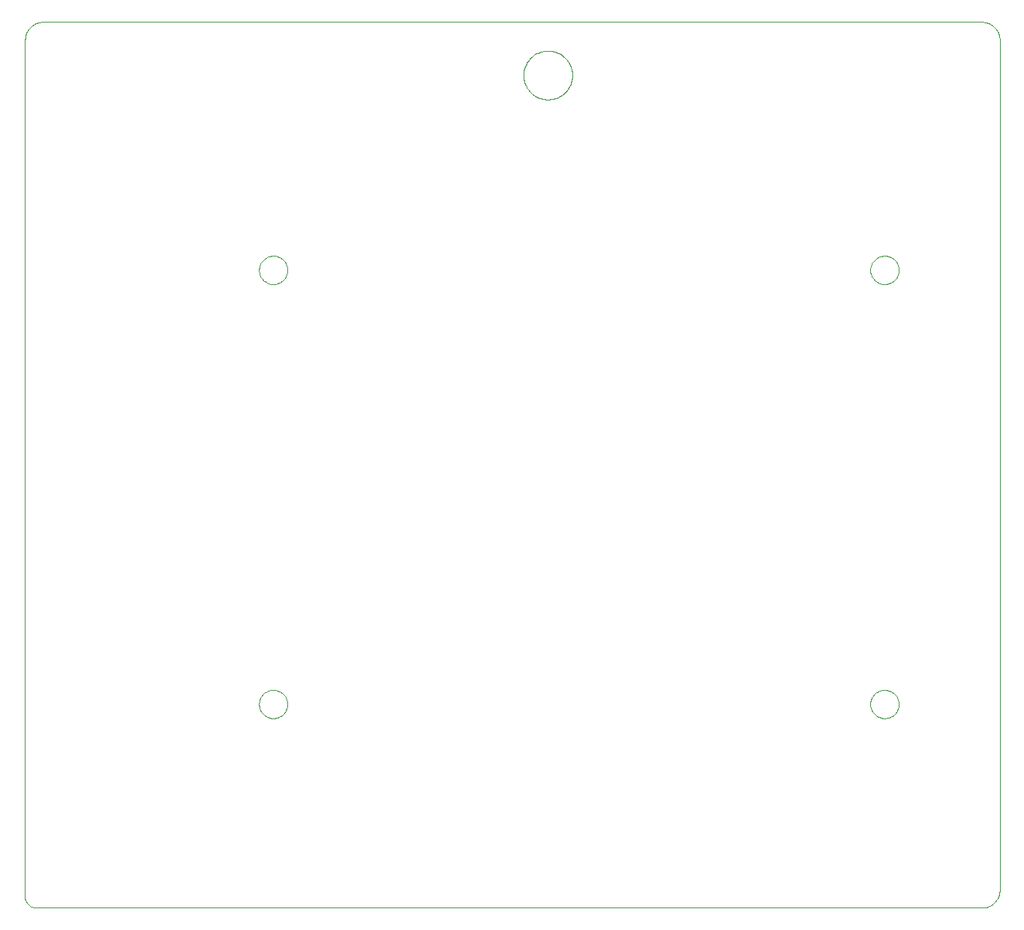
<source format=gbp>
G75*
G70*
%OFA0B0*%
%FSLAX24Y24*%
%IPPOS*%
%LPD*%
%AMOC8*
5,1,8,0,0,1.08239X$1,22.5*
%
%ADD10C,0.0000*%
D10*
X000554Y000174D02*
X042680Y000174D01*
X042680Y000175D02*
X042734Y000177D01*
X042787Y000182D01*
X042840Y000191D01*
X042892Y000204D01*
X042944Y000220D01*
X042994Y000240D01*
X043042Y000263D01*
X043089Y000290D01*
X043134Y000319D01*
X043177Y000352D01*
X043217Y000387D01*
X043255Y000425D01*
X043290Y000465D01*
X043323Y000508D01*
X043352Y000553D01*
X043379Y000600D01*
X043402Y000648D01*
X043422Y000698D01*
X043438Y000750D01*
X043451Y000802D01*
X043460Y000855D01*
X043465Y000908D01*
X043467Y000962D01*
X043467Y038757D01*
X043465Y038811D01*
X043460Y038864D01*
X043451Y038917D01*
X043438Y038969D01*
X043422Y039021D01*
X043402Y039071D01*
X043379Y039119D01*
X043352Y039166D01*
X043323Y039211D01*
X043290Y039254D01*
X043255Y039294D01*
X043217Y039332D01*
X043177Y039367D01*
X043134Y039400D01*
X043089Y039429D01*
X043042Y039456D01*
X042994Y039479D01*
X042944Y039499D01*
X042892Y039515D01*
X042840Y039528D01*
X042787Y039537D01*
X042734Y039542D01*
X042680Y039544D01*
X000947Y039544D01*
X000893Y039542D01*
X000840Y039537D01*
X000787Y039528D01*
X000735Y039515D01*
X000683Y039499D01*
X000633Y039479D01*
X000585Y039456D01*
X000538Y039429D01*
X000493Y039400D01*
X000450Y039367D01*
X000410Y039332D01*
X000372Y039294D01*
X000337Y039254D01*
X000304Y039211D01*
X000275Y039166D01*
X000248Y039119D01*
X000225Y039071D01*
X000205Y039021D01*
X000189Y038969D01*
X000176Y038917D01*
X000167Y038864D01*
X000162Y038811D01*
X000160Y038757D01*
X000160Y000962D01*
X000161Y000962D02*
X000147Y000915D01*
X000137Y000867D01*
X000131Y000819D01*
X000129Y000770D01*
X000131Y000721D01*
X000136Y000672D01*
X000145Y000624D01*
X000158Y000577D01*
X000175Y000531D01*
X000195Y000487D01*
X000218Y000444D01*
X000245Y000403D01*
X000275Y000365D01*
X000308Y000329D01*
X000343Y000295D01*
X000382Y000265D01*
X000422Y000237D01*
X000464Y000213D01*
X000509Y000192D01*
X000554Y000175D01*
X010554Y009229D02*
X010556Y009279D01*
X010562Y009329D01*
X010572Y009378D01*
X010586Y009426D01*
X010603Y009473D01*
X010624Y009518D01*
X010649Y009562D01*
X010677Y009603D01*
X010709Y009642D01*
X010743Y009679D01*
X010780Y009713D01*
X010820Y009743D01*
X010862Y009770D01*
X010906Y009794D01*
X010952Y009815D01*
X010999Y009831D01*
X011047Y009844D01*
X011097Y009853D01*
X011146Y009858D01*
X011197Y009859D01*
X011247Y009856D01*
X011296Y009849D01*
X011345Y009838D01*
X011393Y009823D01*
X011439Y009805D01*
X011484Y009783D01*
X011527Y009757D01*
X011568Y009728D01*
X011607Y009696D01*
X011643Y009661D01*
X011675Y009623D01*
X011705Y009583D01*
X011732Y009540D01*
X011755Y009496D01*
X011774Y009450D01*
X011790Y009402D01*
X011802Y009353D01*
X011810Y009304D01*
X011814Y009254D01*
X011814Y009204D01*
X011810Y009154D01*
X011802Y009105D01*
X011790Y009056D01*
X011774Y009008D01*
X011755Y008962D01*
X011732Y008918D01*
X011705Y008875D01*
X011675Y008835D01*
X011643Y008797D01*
X011607Y008762D01*
X011568Y008730D01*
X011527Y008701D01*
X011484Y008675D01*
X011439Y008653D01*
X011393Y008635D01*
X011345Y008620D01*
X011296Y008609D01*
X011247Y008602D01*
X011197Y008599D01*
X011146Y008600D01*
X011097Y008605D01*
X011047Y008614D01*
X010999Y008627D01*
X010952Y008643D01*
X010906Y008664D01*
X010862Y008688D01*
X010820Y008715D01*
X010780Y008745D01*
X010743Y008779D01*
X010709Y008816D01*
X010677Y008855D01*
X010649Y008896D01*
X010624Y008940D01*
X010603Y008985D01*
X010586Y009032D01*
X010572Y009080D01*
X010562Y009129D01*
X010556Y009179D01*
X010554Y009229D01*
X010554Y028521D02*
X010556Y028571D01*
X010562Y028621D01*
X010572Y028670D01*
X010586Y028718D01*
X010603Y028765D01*
X010624Y028810D01*
X010649Y028854D01*
X010677Y028895D01*
X010709Y028934D01*
X010743Y028971D01*
X010780Y029005D01*
X010820Y029035D01*
X010862Y029062D01*
X010906Y029086D01*
X010952Y029107D01*
X010999Y029123D01*
X011047Y029136D01*
X011097Y029145D01*
X011146Y029150D01*
X011197Y029151D01*
X011247Y029148D01*
X011296Y029141D01*
X011345Y029130D01*
X011393Y029115D01*
X011439Y029097D01*
X011484Y029075D01*
X011527Y029049D01*
X011568Y029020D01*
X011607Y028988D01*
X011643Y028953D01*
X011675Y028915D01*
X011705Y028875D01*
X011732Y028832D01*
X011755Y028788D01*
X011774Y028742D01*
X011790Y028694D01*
X011802Y028645D01*
X011810Y028596D01*
X011814Y028546D01*
X011814Y028496D01*
X011810Y028446D01*
X011802Y028397D01*
X011790Y028348D01*
X011774Y028300D01*
X011755Y028254D01*
X011732Y028210D01*
X011705Y028167D01*
X011675Y028127D01*
X011643Y028089D01*
X011607Y028054D01*
X011568Y028022D01*
X011527Y027993D01*
X011484Y027967D01*
X011439Y027945D01*
X011393Y027927D01*
X011345Y027912D01*
X011296Y027901D01*
X011247Y027894D01*
X011197Y027891D01*
X011146Y027892D01*
X011097Y027897D01*
X011047Y027906D01*
X010999Y027919D01*
X010952Y027935D01*
X010906Y027956D01*
X010862Y027980D01*
X010820Y028007D01*
X010780Y028037D01*
X010743Y028071D01*
X010709Y028108D01*
X010677Y028147D01*
X010649Y028188D01*
X010624Y028232D01*
X010603Y028277D01*
X010586Y028324D01*
X010572Y028372D01*
X010562Y028421D01*
X010556Y028471D01*
X010554Y028521D01*
X022305Y037182D02*
X022307Y037247D01*
X022313Y037313D01*
X022323Y037377D01*
X022336Y037441D01*
X022354Y037504D01*
X022375Y037566D01*
X022400Y037626D01*
X022429Y037685D01*
X022461Y037742D01*
X022497Y037797D01*
X022535Y037850D01*
X022577Y037900D01*
X022622Y037948D01*
X022670Y037993D01*
X022720Y038035D01*
X022773Y038073D01*
X022828Y038109D01*
X022885Y038141D01*
X022944Y038170D01*
X023004Y038195D01*
X023066Y038216D01*
X023129Y038234D01*
X023193Y038247D01*
X023257Y038257D01*
X023323Y038263D01*
X023388Y038265D01*
X023453Y038263D01*
X023519Y038257D01*
X023583Y038247D01*
X023647Y038234D01*
X023710Y038216D01*
X023772Y038195D01*
X023832Y038170D01*
X023891Y038141D01*
X023948Y038109D01*
X024003Y038073D01*
X024056Y038035D01*
X024106Y037993D01*
X024154Y037948D01*
X024199Y037900D01*
X024241Y037850D01*
X024279Y037797D01*
X024315Y037742D01*
X024347Y037685D01*
X024376Y037626D01*
X024401Y037566D01*
X024422Y037504D01*
X024440Y037441D01*
X024453Y037377D01*
X024463Y037313D01*
X024469Y037247D01*
X024471Y037182D01*
X024469Y037117D01*
X024463Y037051D01*
X024453Y036987D01*
X024440Y036923D01*
X024422Y036860D01*
X024401Y036798D01*
X024376Y036738D01*
X024347Y036679D01*
X024315Y036622D01*
X024279Y036567D01*
X024241Y036514D01*
X024199Y036464D01*
X024154Y036416D01*
X024106Y036371D01*
X024056Y036329D01*
X024003Y036291D01*
X023948Y036255D01*
X023891Y036223D01*
X023832Y036194D01*
X023772Y036169D01*
X023710Y036148D01*
X023647Y036130D01*
X023583Y036117D01*
X023519Y036107D01*
X023453Y036101D01*
X023388Y036099D01*
X023323Y036101D01*
X023257Y036107D01*
X023193Y036117D01*
X023129Y036130D01*
X023066Y036148D01*
X023004Y036169D01*
X022944Y036194D01*
X022885Y036223D01*
X022828Y036255D01*
X022773Y036291D01*
X022720Y036329D01*
X022670Y036371D01*
X022622Y036416D01*
X022577Y036464D01*
X022535Y036514D01*
X022497Y036567D01*
X022461Y036622D01*
X022429Y036679D01*
X022400Y036738D01*
X022375Y036798D01*
X022354Y036860D01*
X022336Y036923D01*
X022323Y036987D01*
X022313Y037051D01*
X022307Y037117D01*
X022305Y037182D01*
X037719Y028521D02*
X037721Y028571D01*
X037727Y028621D01*
X037737Y028670D01*
X037751Y028718D01*
X037768Y028765D01*
X037789Y028810D01*
X037814Y028854D01*
X037842Y028895D01*
X037874Y028934D01*
X037908Y028971D01*
X037945Y029005D01*
X037985Y029035D01*
X038027Y029062D01*
X038071Y029086D01*
X038117Y029107D01*
X038164Y029123D01*
X038212Y029136D01*
X038262Y029145D01*
X038311Y029150D01*
X038362Y029151D01*
X038412Y029148D01*
X038461Y029141D01*
X038510Y029130D01*
X038558Y029115D01*
X038604Y029097D01*
X038649Y029075D01*
X038692Y029049D01*
X038733Y029020D01*
X038772Y028988D01*
X038808Y028953D01*
X038840Y028915D01*
X038870Y028875D01*
X038897Y028832D01*
X038920Y028788D01*
X038939Y028742D01*
X038955Y028694D01*
X038967Y028645D01*
X038975Y028596D01*
X038979Y028546D01*
X038979Y028496D01*
X038975Y028446D01*
X038967Y028397D01*
X038955Y028348D01*
X038939Y028300D01*
X038920Y028254D01*
X038897Y028210D01*
X038870Y028167D01*
X038840Y028127D01*
X038808Y028089D01*
X038772Y028054D01*
X038733Y028022D01*
X038692Y027993D01*
X038649Y027967D01*
X038604Y027945D01*
X038558Y027927D01*
X038510Y027912D01*
X038461Y027901D01*
X038412Y027894D01*
X038362Y027891D01*
X038311Y027892D01*
X038262Y027897D01*
X038212Y027906D01*
X038164Y027919D01*
X038117Y027935D01*
X038071Y027956D01*
X038027Y027980D01*
X037985Y028007D01*
X037945Y028037D01*
X037908Y028071D01*
X037874Y028108D01*
X037842Y028147D01*
X037814Y028188D01*
X037789Y028232D01*
X037768Y028277D01*
X037751Y028324D01*
X037737Y028372D01*
X037727Y028421D01*
X037721Y028471D01*
X037719Y028521D01*
X037719Y009229D02*
X037721Y009279D01*
X037727Y009329D01*
X037737Y009378D01*
X037751Y009426D01*
X037768Y009473D01*
X037789Y009518D01*
X037814Y009562D01*
X037842Y009603D01*
X037874Y009642D01*
X037908Y009679D01*
X037945Y009713D01*
X037985Y009743D01*
X038027Y009770D01*
X038071Y009794D01*
X038117Y009815D01*
X038164Y009831D01*
X038212Y009844D01*
X038262Y009853D01*
X038311Y009858D01*
X038362Y009859D01*
X038412Y009856D01*
X038461Y009849D01*
X038510Y009838D01*
X038558Y009823D01*
X038604Y009805D01*
X038649Y009783D01*
X038692Y009757D01*
X038733Y009728D01*
X038772Y009696D01*
X038808Y009661D01*
X038840Y009623D01*
X038870Y009583D01*
X038897Y009540D01*
X038920Y009496D01*
X038939Y009450D01*
X038955Y009402D01*
X038967Y009353D01*
X038975Y009304D01*
X038979Y009254D01*
X038979Y009204D01*
X038975Y009154D01*
X038967Y009105D01*
X038955Y009056D01*
X038939Y009008D01*
X038920Y008962D01*
X038897Y008918D01*
X038870Y008875D01*
X038840Y008835D01*
X038808Y008797D01*
X038772Y008762D01*
X038733Y008730D01*
X038692Y008701D01*
X038649Y008675D01*
X038604Y008653D01*
X038558Y008635D01*
X038510Y008620D01*
X038461Y008609D01*
X038412Y008602D01*
X038362Y008599D01*
X038311Y008600D01*
X038262Y008605D01*
X038212Y008614D01*
X038164Y008627D01*
X038117Y008643D01*
X038071Y008664D01*
X038027Y008688D01*
X037985Y008715D01*
X037945Y008745D01*
X037908Y008779D01*
X037874Y008816D01*
X037842Y008855D01*
X037814Y008896D01*
X037789Y008940D01*
X037768Y008985D01*
X037751Y009032D01*
X037737Y009080D01*
X037727Y009129D01*
X037721Y009179D01*
X037719Y009229D01*
M02*

</source>
